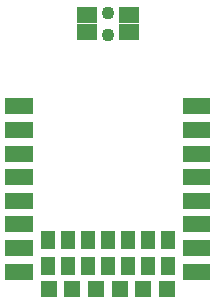
<source format=gts>
%TF.GenerationSoftware,KiCad,Pcbnew,4.0.6*%
%TF.CreationDate,2017-07-18T22:34:41+03:00*%
%TF.ProjectId,esp12_1button_6leds,65737031325F31627574746F6E5F366C,rev?*%
%TF.FileFunction,Soldermask,Top*%
%FSLAX46Y46*%
G04 Gerber Fmt 4.6, Leading zero omitted, Abs format (unit mm)*
G04 Created by KiCad (PCBNEW 4.0.6) date 07/18/17 22:34:41*
%MOMM*%
%LPD*%
G01*
G04 APERTURE LIST*
%ADD10C,0.100000*%
%ADD11R,1.400000X1.400000*%
%ADD12R,1.300000X1.600000*%
%ADD13R,1.800000X1.450000*%
%ADD14C,1.100000*%
G04 APERTURE END LIST*
D10*
D11*
X-16798900Y-8603600D03*
X-16798900Y-10603600D03*
X-15798900Y-10603600D03*
X-16798900Y-12603600D03*
X-16798900Y-14603600D03*
X-16798900Y-16603600D03*
X-16798900Y-18603600D03*
X-16798900Y-20603600D03*
X-16798900Y-22603600D03*
X-15798900Y-12603600D03*
X-15798900Y-14603600D03*
X-15798900Y-16603600D03*
X-15798900Y-18603600D03*
X-15798900Y-20603600D03*
X-15798900Y-22603600D03*
X-15798900Y-8603600D03*
X-13798900Y-24103600D03*
X-11798900Y-24103600D03*
X-9798900Y-24103600D03*
X-7798900Y-24103600D03*
X-5798900Y-24103600D03*
X-3798900Y-24103600D03*
X-798900Y-22603600D03*
X-798900Y-20603600D03*
X-798900Y-18603600D03*
X-798900Y-16603600D03*
X-798900Y-14603600D03*
X-798900Y-12603600D03*
X-798900Y-10603600D03*
X-798900Y-8603600D03*
X-1798900Y-22603600D03*
X-1798900Y-20603600D03*
X-1798900Y-18603600D03*
X-1798900Y-16603600D03*
X-1798900Y-14603600D03*
X-1798900Y-12603600D03*
X-1798900Y-10603600D03*
X-1798900Y-8603600D03*
D12*
X-13900000Y-22150000D03*
X-13900000Y-19950000D03*
X-12200000Y-19950000D03*
X-12200000Y-22150000D03*
X-10500000Y-19950000D03*
X-10500000Y-22150000D03*
X-8800000Y-19950000D03*
X-8800000Y-22150000D03*
X-7100000Y-19950000D03*
X-7100000Y-22150000D03*
X-5400000Y-19950000D03*
X-5400000Y-22150000D03*
X-3700000Y-19950000D03*
X-3700000Y-22150000D03*
D13*
X-10598900Y-2342200D03*
X-6998900Y-2342200D03*
X-10598900Y-902200D03*
X-6998900Y-902200D03*
D14*
X-8798900Y-2522200D03*
X-8798900Y-722200D03*
M02*

</source>
